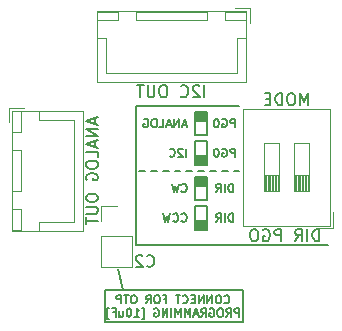
<source format=gbr>
%TF.GenerationSoftware,KiCad,Pcbnew,(6.0.8)*%
%TF.CreationDate,2023-04-18T11:51:25+02:00*%
%TF.ProjectId,ENCODER,454e434f-4445-4522-9e6b-696361645f70,1.0*%
%TF.SameCoordinates,Original*%
%TF.FileFunction,Legend,Bot*%
%TF.FilePolarity,Positive*%
%FSLAX46Y46*%
G04 Gerber Fmt 4.6, Leading zero omitted, Abs format (unit mm)*
G04 Created by KiCad (PCBNEW (6.0.8)) date 2023-04-18 11:51:25*
%MOMM*%
%LPD*%
G01*
G04 APERTURE LIST*
%ADD10C,0.150000*%
%ADD11C,0.120000*%
G04 APERTURE END LIST*
D10*
X127000000Y-97000000D02*
X126000000Y-97000000D01*
X126000000Y-97000000D02*
X126000000Y-99000000D01*
X126000000Y-99000000D02*
X127000000Y-99000000D01*
X127000000Y-99000000D02*
X127000000Y-97000000D01*
X129250000Y-94000000D02*
X129750000Y-94000000D01*
X126000000Y-92750000D02*
X127000000Y-92750000D01*
X127000000Y-92750000D02*
X127000000Y-93500000D01*
X127000000Y-93500000D02*
X126000000Y-93500000D01*
X126000000Y-93500000D02*
X126000000Y-92750000D01*
G36*
X126000000Y-92750000D02*
G01*
X127000000Y-92750000D01*
X127000000Y-93500000D01*
X126000000Y-93500000D01*
X126000000Y-92750000D01*
G37*
X121000000Y-99000000D02*
X121000000Y-99750000D01*
X123250000Y-94000000D02*
X123750000Y-94000000D01*
X121000000Y-88500000D02*
X121000000Y-99000000D01*
X130066000Y-106822400D02*
X118331200Y-106822400D01*
X127000000Y-94500000D02*
X126000000Y-94500000D01*
X126000000Y-94500000D02*
X126000000Y-96500000D01*
X126000000Y-96500000D02*
X127000000Y-96500000D01*
X127000000Y-96500000D02*
X127000000Y-94500000D01*
X119448800Y-102301200D02*
X119906000Y-104079200D01*
X118331200Y-104079200D02*
X130066000Y-104079200D01*
X129750000Y-88500000D02*
X121000000Y-88500000D01*
X118331200Y-106822400D02*
X118331200Y-104079200D01*
X121000000Y-100250000D02*
X137250000Y-100250000D01*
X126000000Y-98250000D02*
X127000000Y-98250000D01*
X127000000Y-98250000D02*
X127000000Y-99000000D01*
X127000000Y-99000000D02*
X126000000Y-99000000D01*
X126000000Y-99000000D02*
X126000000Y-98250000D01*
G36*
X126000000Y-98250000D02*
G01*
X127000000Y-98250000D01*
X127000000Y-99000000D01*
X126000000Y-99000000D01*
X126000000Y-98250000D01*
G37*
X126000000Y-94500000D02*
X127000000Y-94500000D01*
X127000000Y-94500000D02*
X127000000Y-95250000D01*
X127000000Y-95250000D02*
X126000000Y-95250000D01*
X126000000Y-95250000D02*
X126000000Y-94500000D01*
G36*
X126000000Y-94500000D02*
G01*
X127000000Y-94500000D01*
X127000000Y-95250000D01*
X126000000Y-95250000D01*
X126000000Y-94500000D01*
G37*
X127250000Y-94000000D02*
X127750000Y-94000000D01*
X130066000Y-104079200D02*
X130066000Y-106822400D01*
X125250000Y-94000000D02*
X125750000Y-94000000D01*
X121000000Y-99750000D02*
X121000000Y-100250000D01*
X127000000Y-91500000D02*
X126000000Y-91500000D01*
X126000000Y-91500000D02*
X126000000Y-93500000D01*
X126000000Y-93500000D02*
X127000000Y-93500000D01*
X127000000Y-93500000D02*
X127000000Y-91500000D01*
X122250000Y-94000000D02*
X122750000Y-94000000D01*
X124250000Y-94000000D02*
X124750000Y-94000000D01*
X121250000Y-94000000D02*
X121750000Y-94000000D01*
X126000000Y-89000000D02*
X127000000Y-89000000D01*
X127000000Y-89000000D02*
X127000000Y-89750000D01*
X127000000Y-89750000D02*
X126000000Y-89750000D01*
X126000000Y-89750000D02*
X126000000Y-89000000D01*
G36*
X126000000Y-89000000D02*
G01*
X127000000Y-89000000D01*
X127000000Y-89750000D01*
X126000000Y-89750000D01*
X126000000Y-89000000D01*
G37*
X126250000Y-94000000D02*
X126750000Y-94000000D01*
X128250000Y-94000000D02*
X128750000Y-94000000D01*
X127000000Y-89000000D02*
X126000000Y-89000000D01*
X126000000Y-89000000D02*
X126000000Y-91000000D01*
X126000000Y-91000000D02*
X127000000Y-91000000D01*
X127000000Y-91000000D02*
X127000000Y-89000000D01*
X128472400Y-105162700D02*
X128505733Y-105196033D01*
X128605733Y-105229366D01*
X128672400Y-105229366D01*
X128772400Y-105196033D01*
X128839066Y-105129366D01*
X128872400Y-105062700D01*
X128905733Y-104929366D01*
X128905733Y-104829366D01*
X128872400Y-104696033D01*
X128839066Y-104629366D01*
X128772400Y-104562700D01*
X128672400Y-104529366D01*
X128605733Y-104529366D01*
X128505733Y-104562700D01*
X128472400Y-104596033D01*
X128039066Y-104529366D02*
X127905733Y-104529366D01*
X127839066Y-104562700D01*
X127772400Y-104629366D01*
X127739066Y-104762700D01*
X127739066Y-104996033D01*
X127772400Y-105129366D01*
X127839066Y-105196033D01*
X127905733Y-105229366D01*
X128039066Y-105229366D01*
X128105733Y-105196033D01*
X128172400Y-105129366D01*
X128205733Y-104996033D01*
X128205733Y-104762700D01*
X128172400Y-104629366D01*
X128105733Y-104562700D01*
X128039066Y-104529366D01*
X127439066Y-105229366D02*
X127439066Y-104529366D01*
X127039066Y-105229366D01*
X127039066Y-104529366D01*
X126705733Y-105229366D02*
X126705733Y-104529366D01*
X126305733Y-105229366D01*
X126305733Y-104529366D01*
X125972400Y-104862700D02*
X125739066Y-104862700D01*
X125639066Y-105229366D02*
X125972400Y-105229366D01*
X125972400Y-104529366D01*
X125639066Y-104529366D01*
X124939066Y-105162700D02*
X124972400Y-105196033D01*
X125072400Y-105229366D01*
X125139066Y-105229366D01*
X125239066Y-105196033D01*
X125305733Y-105129366D01*
X125339066Y-105062700D01*
X125372400Y-104929366D01*
X125372400Y-104829366D01*
X125339066Y-104696033D01*
X125305733Y-104629366D01*
X125239066Y-104562700D01*
X125139066Y-104529366D01*
X125072400Y-104529366D01*
X124972400Y-104562700D01*
X124939066Y-104596033D01*
X124739066Y-104529366D02*
X124339066Y-104529366D01*
X124539066Y-105229366D02*
X124539066Y-104529366D01*
X123339066Y-104862700D02*
X123572400Y-104862700D01*
X123572400Y-105229366D02*
X123572400Y-104529366D01*
X123239066Y-104529366D01*
X122839066Y-104529366D02*
X122705733Y-104529366D01*
X122639066Y-104562700D01*
X122572400Y-104629366D01*
X122539066Y-104762700D01*
X122539066Y-104996033D01*
X122572400Y-105129366D01*
X122639066Y-105196033D01*
X122705733Y-105229366D01*
X122839066Y-105229366D01*
X122905733Y-105196033D01*
X122972400Y-105129366D01*
X123005733Y-104996033D01*
X123005733Y-104762700D01*
X122972400Y-104629366D01*
X122905733Y-104562700D01*
X122839066Y-104529366D01*
X121839066Y-105229366D02*
X122072400Y-104896033D01*
X122239066Y-105229366D02*
X122239066Y-104529366D01*
X121972400Y-104529366D01*
X121905733Y-104562700D01*
X121872400Y-104596033D01*
X121839066Y-104662700D01*
X121839066Y-104762700D01*
X121872400Y-104829366D01*
X121905733Y-104862700D01*
X121972400Y-104896033D01*
X122239066Y-104896033D01*
X120872400Y-104529366D02*
X120739066Y-104529366D01*
X120672400Y-104562700D01*
X120605733Y-104629366D01*
X120572400Y-104762700D01*
X120572400Y-104996033D01*
X120605733Y-105129366D01*
X120672400Y-105196033D01*
X120739066Y-105229366D01*
X120872400Y-105229366D01*
X120939066Y-105196033D01*
X121005733Y-105129366D01*
X121039066Y-104996033D01*
X121039066Y-104762700D01*
X121005733Y-104629366D01*
X120939066Y-104562700D01*
X120872400Y-104529366D01*
X120372400Y-104529366D02*
X119972400Y-104529366D01*
X120172400Y-105229366D02*
X120172400Y-104529366D01*
X119739066Y-105229366D02*
X119739066Y-104529366D01*
X119472400Y-104529366D01*
X119405733Y-104562700D01*
X119372400Y-104596033D01*
X119339066Y-104662700D01*
X119339066Y-104762700D01*
X119372400Y-104829366D01*
X119405733Y-104862700D01*
X119472400Y-104896033D01*
X119739066Y-104896033D01*
X129722400Y-106356366D02*
X129722400Y-105656366D01*
X129455733Y-105656366D01*
X129389066Y-105689700D01*
X129355733Y-105723033D01*
X129322400Y-105789700D01*
X129322400Y-105889700D01*
X129355733Y-105956366D01*
X129389066Y-105989700D01*
X129455733Y-106023033D01*
X129722400Y-106023033D01*
X128622400Y-106356366D02*
X128855733Y-106023033D01*
X129022400Y-106356366D02*
X129022400Y-105656366D01*
X128755733Y-105656366D01*
X128689066Y-105689700D01*
X128655733Y-105723033D01*
X128622400Y-105789700D01*
X128622400Y-105889700D01*
X128655733Y-105956366D01*
X128689066Y-105989700D01*
X128755733Y-106023033D01*
X129022400Y-106023033D01*
X128189066Y-105656366D02*
X128055733Y-105656366D01*
X127989066Y-105689700D01*
X127922400Y-105756366D01*
X127889066Y-105889700D01*
X127889066Y-106123033D01*
X127922400Y-106256366D01*
X127989066Y-106323033D01*
X128055733Y-106356366D01*
X128189066Y-106356366D01*
X128255733Y-106323033D01*
X128322400Y-106256366D01*
X128355733Y-106123033D01*
X128355733Y-105889700D01*
X128322400Y-105756366D01*
X128255733Y-105689700D01*
X128189066Y-105656366D01*
X127222400Y-105689700D02*
X127289066Y-105656366D01*
X127389066Y-105656366D01*
X127489066Y-105689700D01*
X127555733Y-105756366D01*
X127589066Y-105823033D01*
X127622400Y-105956366D01*
X127622400Y-106056366D01*
X127589066Y-106189700D01*
X127555733Y-106256366D01*
X127489066Y-106323033D01*
X127389066Y-106356366D01*
X127322400Y-106356366D01*
X127222400Y-106323033D01*
X127189066Y-106289700D01*
X127189066Y-106056366D01*
X127322400Y-106056366D01*
X126489066Y-106356366D02*
X126722400Y-106023033D01*
X126889066Y-106356366D02*
X126889066Y-105656366D01*
X126622400Y-105656366D01*
X126555733Y-105689700D01*
X126522400Y-105723033D01*
X126489066Y-105789700D01*
X126489066Y-105889700D01*
X126522400Y-105956366D01*
X126555733Y-105989700D01*
X126622400Y-106023033D01*
X126889066Y-106023033D01*
X126222400Y-106156366D02*
X125889066Y-106156366D01*
X126289066Y-106356366D02*
X126055733Y-105656366D01*
X125822400Y-106356366D01*
X125589066Y-106356366D02*
X125589066Y-105656366D01*
X125355733Y-106156366D01*
X125122400Y-105656366D01*
X125122400Y-106356366D01*
X124789066Y-106356366D02*
X124789066Y-105656366D01*
X124555733Y-106156366D01*
X124322400Y-105656366D01*
X124322400Y-106356366D01*
X123989066Y-106356366D02*
X123989066Y-105656366D01*
X123655733Y-106356366D02*
X123655733Y-105656366D01*
X123255733Y-106356366D01*
X123255733Y-105656366D01*
X122555733Y-105689700D02*
X122622400Y-105656366D01*
X122722400Y-105656366D01*
X122822400Y-105689700D01*
X122889066Y-105756366D01*
X122922400Y-105823033D01*
X122955733Y-105956366D01*
X122955733Y-106056366D01*
X122922400Y-106189700D01*
X122889066Y-106256366D01*
X122822400Y-106323033D01*
X122722400Y-106356366D01*
X122655733Y-106356366D01*
X122555733Y-106323033D01*
X122522400Y-106289700D01*
X122522400Y-106056366D01*
X122655733Y-106056366D01*
X121489066Y-106589700D02*
X121655733Y-106589700D01*
X121655733Y-105589700D01*
X121489066Y-105589700D01*
X120855733Y-106356366D02*
X121255733Y-106356366D01*
X121055733Y-106356366D02*
X121055733Y-105656366D01*
X121122400Y-105756366D01*
X121189066Y-105823033D01*
X121255733Y-105856366D01*
X120422400Y-105656366D02*
X120355733Y-105656366D01*
X120289066Y-105689700D01*
X120255733Y-105723033D01*
X120222400Y-105789700D01*
X120189066Y-105923033D01*
X120189066Y-106089700D01*
X120222400Y-106223033D01*
X120255733Y-106289700D01*
X120289066Y-106323033D01*
X120355733Y-106356366D01*
X120422400Y-106356366D01*
X120489066Y-106323033D01*
X120522400Y-106289700D01*
X120555733Y-106223033D01*
X120589066Y-106089700D01*
X120589066Y-105923033D01*
X120555733Y-105789700D01*
X120522400Y-105723033D01*
X120489066Y-105689700D01*
X120422400Y-105656366D01*
X119589066Y-105889700D02*
X119589066Y-106356366D01*
X119889066Y-105889700D02*
X119889066Y-106256366D01*
X119855733Y-106323033D01*
X119789066Y-106356366D01*
X119689066Y-106356366D01*
X119622400Y-106323033D01*
X119589066Y-106289700D01*
X119022400Y-105989700D02*
X119255733Y-105989700D01*
X119255733Y-106356366D02*
X119255733Y-105656366D01*
X118922400Y-105656366D01*
X118722400Y-106589700D02*
X118555733Y-106589700D01*
X118555733Y-105589700D01*
X118722400Y-105589700D01*
X135562832Y-88438926D02*
X135562832Y-87438926D01*
X135229499Y-88153212D01*
X134896166Y-87438926D01*
X134896166Y-88438926D01*
X134229499Y-87438926D02*
X134039023Y-87438926D01*
X133943785Y-87486546D01*
X133848547Y-87581784D01*
X133800928Y-87772260D01*
X133800928Y-88105593D01*
X133848547Y-88296069D01*
X133943785Y-88391307D01*
X134039023Y-88438926D01*
X134229499Y-88438926D01*
X134324737Y-88391307D01*
X134419975Y-88296069D01*
X134467594Y-88105593D01*
X134467594Y-87772260D01*
X134419975Y-87581784D01*
X134324737Y-87486546D01*
X134229499Y-87438926D01*
X133372356Y-88438926D02*
X133372356Y-87438926D01*
X133134261Y-87438926D01*
X132991404Y-87486546D01*
X132896166Y-87581784D01*
X132848547Y-87677022D01*
X132800928Y-87867498D01*
X132800928Y-88010355D01*
X132848547Y-88200831D01*
X132896166Y-88296069D01*
X132991404Y-88391307D01*
X133134261Y-88438926D01*
X133372356Y-88438926D01*
X132372356Y-87915117D02*
X132039023Y-87915117D01*
X131896166Y-88438926D02*
X132372356Y-88438926D01*
X132372356Y-87438926D01*
X131896166Y-87438926D01*
X125269166Y-90116666D02*
X124935833Y-90116666D01*
X125335833Y-90316666D02*
X125102500Y-89616666D01*
X124869166Y-90316666D01*
X124635833Y-90316666D02*
X124635833Y-89616666D01*
X124235833Y-90316666D01*
X124235833Y-89616666D01*
X123935833Y-90116666D02*
X123602500Y-90116666D01*
X124002500Y-90316666D02*
X123769166Y-89616666D01*
X123535833Y-90316666D01*
X122969166Y-90316666D02*
X123302500Y-90316666D01*
X123302500Y-89616666D01*
X122602500Y-89616666D02*
X122469166Y-89616666D01*
X122402500Y-89650000D01*
X122335833Y-89716666D01*
X122302500Y-89850000D01*
X122302500Y-90083333D01*
X122335833Y-90216666D01*
X122402500Y-90283333D01*
X122469166Y-90316666D01*
X122602500Y-90316666D01*
X122669166Y-90283333D01*
X122735833Y-90216666D01*
X122769166Y-90083333D01*
X122769166Y-89850000D01*
X122735833Y-89716666D01*
X122669166Y-89650000D01*
X122602500Y-89616666D01*
X121635833Y-89650000D02*
X121702500Y-89616666D01*
X121802500Y-89616666D01*
X121902500Y-89650000D01*
X121969166Y-89716666D01*
X122002500Y-89783333D01*
X122035833Y-89916666D01*
X122035833Y-90016666D01*
X122002500Y-90150000D01*
X121969166Y-90216666D01*
X121902500Y-90283333D01*
X121802500Y-90316666D01*
X121735833Y-90316666D01*
X121635833Y-90283333D01*
X121602500Y-90250000D01*
X121602500Y-90016666D01*
X121735833Y-90016666D01*
X124835833Y-98250000D02*
X124869166Y-98283333D01*
X124969166Y-98316666D01*
X125035833Y-98316666D01*
X125135833Y-98283333D01*
X125202500Y-98216666D01*
X125235833Y-98150000D01*
X125269166Y-98016666D01*
X125269166Y-97916666D01*
X125235833Y-97783333D01*
X125202500Y-97716666D01*
X125135833Y-97650000D01*
X125035833Y-97616666D01*
X124969166Y-97616666D01*
X124869166Y-97650000D01*
X124835833Y-97683333D01*
X124135833Y-98250000D02*
X124169166Y-98283333D01*
X124269166Y-98316666D01*
X124335833Y-98316666D01*
X124435833Y-98283333D01*
X124502500Y-98216666D01*
X124535833Y-98150000D01*
X124569166Y-98016666D01*
X124569166Y-97916666D01*
X124535833Y-97783333D01*
X124502500Y-97716666D01*
X124435833Y-97650000D01*
X124335833Y-97616666D01*
X124269166Y-97616666D01*
X124169166Y-97650000D01*
X124135833Y-97683333D01*
X123902500Y-97616666D02*
X123735833Y-98316666D01*
X123602500Y-97816666D01*
X123469166Y-98316666D01*
X123302500Y-97616666D01*
X117481866Y-89571428D02*
X117481866Y-90047619D01*
X117767580Y-89476190D02*
X116767580Y-89809523D01*
X117767580Y-90142857D01*
X117767580Y-90476190D02*
X116767580Y-90476190D01*
X117767580Y-91047619D01*
X116767580Y-91047619D01*
X117481866Y-91476190D02*
X117481866Y-91952380D01*
X117767580Y-91380952D02*
X116767580Y-91714285D01*
X117767580Y-92047619D01*
X117767580Y-92857142D02*
X117767580Y-92380952D01*
X116767580Y-92380952D01*
X116767580Y-93380952D02*
X116767580Y-93571428D01*
X116815200Y-93666666D01*
X116910438Y-93761904D01*
X117100914Y-93809523D01*
X117434247Y-93809523D01*
X117624723Y-93761904D01*
X117719961Y-93666666D01*
X117767580Y-93571428D01*
X117767580Y-93380952D01*
X117719961Y-93285714D01*
X117624723Y-93190476D01*
X117434247Y-93142857D01*
X117100914Y-93142857D01*
X116910438Y-93190476D01*
X116815200Y-93285714D01*
X116767580Y-93380952D01*
X116815200Y-94761904D02*
X116767580Y-94666666D01*
X116767580Y-94523809D01*
X116815200Y-94380952D01*
X116910438Y-94285714D01*
X117005676Y-94238095D01*
X117196152Y-94190476D01*
X117339009Y-94190476D01*
X117529485Y-94238095D01*
X117624723Y-94285714D01*
X117719961Y-94380952D01*
X117767580Y-94523809D01*
X117767580Y-94619047D01*
X117719961Y-94761904D01*
X117672342Y-94809523D01*
X117339009Y-94809523D01*
X117339009Y-94619047D01*
X116767580Y-96190476D02*
X116767580Y-96380952D01*
X116815200Y-96476190D01*
X116910438Y-96571428D01*
X117100914Y-96619047D01*
X117434247Y-96619047D01*
X117624723Y-96571428D01*
X117719961Y-96476190D01*
X117767580Y-96380952D01*
X117767580Y-96190476D01*
X117719961Y-96095238D01*
X117624723Y-96000000D01*
X117434247Y-95952380D01*
X117100914Y-95952380D01*
X116910438Y-96000000D01*
X116815200Y-96095238D01*
X116767580Y-96190476D01*
X116767580Y-97047619D02*
X117577104Y-97047619D01*
X117672342Y-97095238D01*
X117719961Y-97142857D01*
X117767580Y-97238095D01*
X117767580Y-97428571D01*
X117719961Y-97523809D01*
X117672342Y-97571428D01*
X117577104Y-97619047D01*
X116767580Y-97619047D01*
X116767580Y-97952380D02*
X116767580Y-98523809D01*
X117767580Y-98238095D02*
X116767580Y-98238095D01*
X129366666Y-92816666D02*
X129366666Y-92116666D01*
X129100000Y-92116666D01*
X129033333Y-92150000D01*
X129000000Y-92183333D01*
X128966666Y-92250000D01*
X128966666Y-92350000D01*
X129000000Y-92416666D01*
X129033333Y-92450000D01*
X129100000Y-92483333D01*
X129366666Y-92483333D01*
X128300000Y-92150000D02*
X128366666Y-92116666D01*
X128466666Y-92116666D01*
X128566666Y-92150000D01*
X128633333Y-92216666D01*
X128666666Y-92283333D01*
X128700000Y-92416666D01*
X128700000Y-92516666D01*
X128666666Y-92650000D01*
X128633333Y-92716666D01*
X128566666Y-92783333D01*
X128466666Y-92816666D01*
X128400000Y-92816666D01*
X128300000Y-92783333D01*
X128266666Y-92750000D01*
X128266666Y-92516666D01*
X128400000Y-92516666D01*
X127833333Y-92116666D02*
X127766666Y-92116666D01*
X127700000Y-92150000D01*
X127666666Y-92183333D01*
X127633333Y-92250000D01*
X127600000Y-92383333D01*
X127600000Y-92550000D01*
X127633333Y-92683333D01*
X127666666Y-92750000D01*
X127700000Y-92783333D01*
X127766666Y-92816666D01*
X127833333Y-92816666D01*
X127900000Y-92783333D01*
X127933333Y-92750000D01*
X127966666Y-92683333D01*
X128000000Y-92550000D01*
X128000000Y-92383333D01*
X127966666Y-92250000D01*
X127933333Y-92183333D01*
X127900000Y-92150000D01*
X127833333Y-92116666D01*
X133285714Y-99952380D02*
X133285714Y-98952380D01*
X132904761Y-98952380D01*
X132809523Y-99000000D01*
X132761904Y-99047619D01*
X132714285Y-99142857D01*
X132714285Y-99285714D01*
X132761904Y-99380952D01*
X132809523Y-99428571D01*
X132904761Y-99476190D01*
X133285714Y-99476190D01*
X131761904Y-99000000D02*
X131857142Y-98952380D01*
X132000000Y-98952380D01*
X132142857Y-99000000D01*
X132238095Y-99095238D01*
X132285714Y-99190476D01*
X132333333Y-99380952D01*
X132333333Y-99523809D01*
X132285714Y-99714285D01*
X132238095Y-99809523D01*
X132142857Y-99904761D01*
X132000000Y-99952380D01*
X131904761Y-99952380D01*
X131761904Y-99904761D01*
X131714285Y-99857142D01*
X131714285Y-99523809D01*
X131904761Y-99523809D01*
X131095238Y-98952380D02*
X130904761Y-98952380D01*
X130809523Y-99000000D01*
X130714285Y-99095238D01*
X130666666Y-99285714D01*
X130666666Y-99619047D01*
X130714285Y-99809523D01*
X130809523Y-99904761D01*
X130904761Y-99952380D01*
X131095238Y-99952380D01*
X131190476Y-99904761D01*
X131285714Y-99809523D01*
X131333333Y-99619047D01*
X131333333Y-99285714D01*
X131285714Y-99095238D01*
X131190476Y-99000000D01*
X131095238Y-98952380D01*
X125235833Y-92816666D02*
X125235833Y-92116666D01*
X124935833Y-92183333D02*
X124902500Y-92150000D01*
X124835833Y-92116666D01*
X124669166Y-92116666D01*
X124602500Y-92150000D01*
X124569166Y-92183333D01*
X124535833Y-92250000D01*
X124535833Y-92316666D01*
X124569166Y-92416666D01*
X124969166Y-92816666D01*
X124535833Y-92816666D01*
X123835833Y-92750000D02*
X123869166Y-92783333D01*
X123969166Y-92816666D01*
X124035833Y-92816666D01*
X124135833Y-92783333D01*
X124202500Y-92716666D01*
X124235833Y-92650000D01*
X124269166Y-92516666D01*
X124269166Y-92416666D01*
X124235833Y-92283333D01*
X124202500Y-92216666D01*
X124135833Y-92150000D01*
X124035833Y-92116666D01*
X123969166Y-92116666D01*
X123869166Y-92150000D01*
X123835833Y-92183333D01*
X129200000Y-98316666D02*
X129200000Y-97616666D01*
X129033333Y-97616666D01*
X128933333Y-97650000D01*
X128866666Y-97716666D01*
X128833333Y-97783333D01*
X128800000Y-97916666D01*
X128800000Y-98016666D01*
X128833333Y-98150000D01*
X128866666Y-98216666D01*
X128933333Y-98283333D01*
X129033333Y-98316666D01*
X129200000Y-98316666D01*
X128500000Y-98316666D02*
X128500000Y-97616666D01*
X127766666Y-98316666D02*
X128000000Y-97983333D01*
X128166666Y-98316666D02*
X128166666Y-97616666D01*
X127900000Y-97616666D01*
X127833333Y-97650000D01*
X127800000Y-97683333D01*
X127766666Y-97750000D01*
X127766666Y-97850000D01*
X127800000Y-97916666D01*
X127833333Y-97950000D01*
X127900000Y-97983333D01*
X128166666Y-97983333D01*
X126785714Y-87767580D02*
X126785714Y-86767580D01*
X126357142Y-86862819D02*
X126309523Y-86815200D01*
X126214285Y-86767580D01*
X125976190Y-86767580D01*
X125880952Y-86815200D01*
X125833333Y-86862819D01*
X125785714Y-86958057D01*
X125785714Y-87053295D01*
X125833333Y-87196152D01*
X126404761Y-87767580D01*
X125785714Y-87767580D01*
X124785714Y-87672342D02*
X124833333Y-87719961D01*
X124976190Y-87767580D01*
X125071428Y-87767580D01*
X125214285Y-87719961D01*
X125309523Y-87624723D01*
X125357142Y-87529485D01*
X125404761Y-87339009D01*
X125404761Y-87196152D01*
X125357142Y-87005676D01*
X125309523Y-86910438D01*
X125214285Y-86815200D01*
X125071428Y-86767580D01*
X124976190Y-86767580D01*
X124833333Y-86815200D01*
X124785714Y-86862819D01*
X123404761Y-86767580D02*
X123214285Y-86767580D01*
X123119047Y-86815200D01*
X123023809Y-86910438D01*
X122976190Y-87100914D01*
X122976190Y-87434247D01*
X123023809Y-87624723D01*
X123119047Y-87719961D01*
X123214285Y-87767580D01*
X123404761Y-87767580D01*
X123500000Y-87719961D01*
X123595238Y-87624723D01*
X123642857Y-87434247D01*
X123642857Y-87100914D01*
X123595238Y-86910438D01*
X123500000Y-86815200D01*
X123404761Y-86767580D01*
X122547619Y-86767580D02*
X122547619Y-87577104D01*
X122500000Y-87672342D01*
X122452380Y-87719961D01*
X122357142Y-87767580D01*
X122166666Y-87767580D01*
X122071428Y-87719961D01*
X122023809Y-87672342D01*
X121976190Y-87577104D01*
X121976190Y-86767580D01*
X121642857Y-86767580D02*
X121071428Y-86767580D01*
X121357142Y-87767580D02*
X121357142Y-86767580D01*
X124835833Y-95750000D02*
X124869166Y-95783333D01*
X124969166Y-95816666D01*
X125035833Y-95816666D01*
X125135833Y-95783333D01*
X125202500Y-95716666D01*
X125235833Y-95650000D01*
X125269166Y-95516666D01*
X125269166Y-95416666D01*
X125235833Y-95283333D01*
X125202500Y-95216666D01*
X125135833Y-95150000D01*
X125035833Y-95116666D01*
X124969166Y-95116666D01*
X124869166Y-95150000D01*
X124835833Y-95183333D01*
X124602500Y-95116666D02*
X124435833Y-95816666D01*
X124302500Y-95316666D01*
X124169166Y-95816666D01*
X124002500Y-95116666D01*
X129200000Y-95816666D02*
X129200000Y-95116666D01*
X129033333Y-95116666D01*
X128933333Y-95150000D01*
X128866666Y-95216666D01*
X128833333Y-95283333D01*
X128800000Y-95416666D01*
X128800000Y-95516666D01*
X128833333Y-95650000D01*
X128866666Y-95716666D01*
X128933333Y-95783333D01*
X129033333Y-95816666D01*
X129200000Y-95816666D01*
X128500000Y-95816666D02*
X128500000Y-95116666D01*
X127766666Y-95816666D02*
X128000000Y-95483333D01*
X128166666Y-95816666D02*
X128166666Y-95116666D01*
X127900000Y-95116666D01*
X127833333Y-95150000D01*
X127800000Y-95183333D01*
X127766666Y-95250000D01*
X127766666Y-95350000D01*
X127800000Y-95416666D01*
X127833333Y-95450000D01*
X127900000Y-95483333D01*
X128166666Y-95483333D01*
X129366666Y-90316666D02*
X129366666Y-89616666D01*
X129100000Y-89616666D01*
X129033333Y-89650000D01*
X129000000Y-89683333D01*
X128966666Y-89750000D01*
X128966666Y-89850000D01*
X129000000Y-89916666D01*
X129033333Y-89950000D01*
X129100000Y-89983333D01*
X129366666Y-89983333D01*
X128300000Y-89650000D02*
X128366666Y-89616666D01*
X128466666Y-89616666D01*
X128566666Y-89650000D01*
X128633333Y-89716666D01*
X128666666Y-89783333D01*
X128700000Y-89916666D01*
X128700000Y-90016666D01*
X128666666Y-90150000D01*
X128633333Y-90216666D01*
X128566666Y-90283333D01*
X128466666Y-90316666D01*
X128400000Y-90316666D01*
X128300000Y-90283333D01*
X128266666Y-90250000D01*
X128266666Y-90016666D01*
X128400000Y-90016666D01*
X127833333Y-89616666D02*
X127766666Y-89616666D01*
X127700000Y-89650000D01*
X127666666Y-89683333D01*
X127633333Y-89750000D01*
X127600000Y-89883333D01*
X127600000Y-90050000D01*
X127633333Y-90183333D01*
X127666666Y-90250000D01*
X127700000Y-90283333D01*
X127766666Y-90316666D01*
X127833333Y-90316666D01*
X127900000Y-90283333D01*
X127933333Y-90250000D01*
X127966666Y-90183333D01*
X128000000Y-90050000D01*
X128000000Y-89883333D01*
X127966666Y-89750000D01*
X127933333Y-89683333D01*
X127900000Y-89650000D01*
X127833333Y-89616666D01*
X136500000Y-99952380D02*
X136500000Y-98952380D01*
X136261904Y-98952380D01*
X136119047Y-99000000D01*
X136023809Y-99095238D01*
X135976190Y-99190476D01*
X135928571Y-99380952D01*
X135928571Y-99523809D01*
X135976190Y-99714285D01*
X136023809Y-99809523D01*
X136119047Y-99904761D01*
X136261904Y-99952380D01*
X136500000Y-99952380D01*
X135500000Y-99952380D02*
X135500000Y-98952380D01*
X134452380Y-99952380D02*
X134785714Y-99476190D01*
X135023809Y-99952380D02*
X135023809Y-98952380D01*
X134642857Y-98952380D01*
X134547619Y-99000000D01*
X134500000Y-99047619D01*
X134452380Y-99142857D01*
X134452380Y-99285714D01*
X134500000Y-99380952D01*
X134547619Y-99428571D01*
X134642857Y-99476190D01*
X135023809Y-99476190D01*
%TO.C,C2*%
X121901466Y-102048742D02*
X121949085Y-102096361D01*
X122091942Y-102143980D01*
X122187180Y-102143980D01*
X122330038Y-102096361D01*
X122425276Y-102001123D01*
X122472895Y-101905885D01*
X122520514Y-101715409D01*
X122520514Y-101572552D01*
X122472895Y-101382076D01*
X122425276Y-101286838D01*
X122330038Y-101191600D01*
X122187180Y-101143980D01*
X122091942Y-101143980D01*
X121949085Y-101191600D01*
X121901466Y-101239219D01*
X121520514Y-101239219D02*
X121472895Y-101191600D01*
X121377657Y-101143980D01*
X121139561Y-101143980D01*
X121044323Y-101191600D01*
X120996704Y-101239219D01*
X120949085Y-101334457D01*
X120949085Y-101429695D01*
X120996704Y-101572552D01*
X121568133Y-102143980D01*
X120949085Y-102143980D01*
D11*
%TO.C,J2*%
X117690000Y-80515000D02*
X130310000Y-80515000D01*
X130600000Y-80225000D02*
X130600000Y-81475000D01*
X117700000Y-80525000D02*
X119500000Y-80525000D01*
X127000000Y-81275000D02*
X121000000Y-81275000D01*
X121000000Y-80525000D02*
X127000000Y-80525000D01*
X117700000Y-82775000D02*
X118450000Y-82775000D01*
X121000000Y-81275000D02*
X121000000Y-80525000D01*
X130310000Y-86485000D02*
X117690000Y-86485000D01*
X130300000Y-82775000D02*
X129550000Y-82775000D01*
X130300000Y-80525000D02*
X130300000Y-81275000D01*
X117690000Y-86485000D02*
X117690000Y-80515000D01*
X118450000Y-85725000D02*
X124000000Y-85725000D01*
X129550000Y-82775000D02*
X129550000Y-85725000D01*
X128500000Y-81275000D02*
X128500000Y-80525000D01*
X128500000Y-80525000D02*
X130300000Y-80525000D01*
X119500000Y-80525000D02*
X119500000Y-81275000D01*
X129350000Y-80225000D02*
X130600000Y-80225000D01*
X118450000Y-82775000D02*
X118450000Y-85725000D01*
X119500000Y-81275000D02*
X117700000Y-81275000D01*
X127000000Y-80525000D02*
X127000000Y-81275000D01*
X129550000Y-85725000D02*
X124000000Y-85725000D01*
X130300000Y-81275000D02*
X128500000Y-81275000D01*
X130310000Y-80515000D02*
X130310000Y-86485000D01*
X117700000Y-81275000D02*
X117700000Y-80525000D01*
%TO.C,C2*%
X120677200Y-99558000D02*
X120677200Y-102158000D01*
X120677200Y-102158000D02*
X118017200Y-102158000D01*
X118017200Y-96958000D02*
X118017200Y-98288000D01*
X120677200Y-99558000D02*
X118017200Y-99558000D01*
X119347200Y-96958000D02*
X118017200Y-96958000D01*
X118017200Y-99558000D02*
X118017200Y-102158000D01*
%TO.C,J1*%
X112775000Y-98300000D02*
X115725000Y-98300000D01*
X116485000Y-99060000D02*
X110515000Y-99060000D01*
X112775000Y-99050000D02*
X112775000Y-98300000D01*
X112775000Y-89700000D02*
X115725000Y-89700000D01*
X110515000Y-88940000D02*
X116485000Y-88940000D01*
X110515000Y-99060000D02*
X110515000Y-88940000D01*
X112775000Y-88950000D02*
X112775000Y-89700000D01*
X111275000Y-99050000D02*
X110525000Y-99050000D01*
X111275000Y-92250000D02*
X111275000Y-95750000D01*
X111275000Y-90750000D02*
X110525000Y-90750000D01*
X110525000Y-88950000D02*
X111275000Y-88950000D01*
X110525000Y-90750000D02*
X110525000Y-88950000D01*
X110225000Y-88650000D02*
X111475000Y-88650000D01*
X115725000Y-89700000D02*
X115725000Y-94000000D01*
X111275000Y-95750000D02*
X110525000Y-95750000D01*
X110525000Y-99050000D02*
X110525000Y-97250000D01*
X115725000Y-98300000D02*
X115725000Y-94000000D01*
X110225000Y-89900000D02*
X110225000Y-88650000D01*
X110525000Y-92250000D02*
X111275000Y-92250000D01*
X110525000Y-97250000D02*
X111275000Y-97250000D01*
X111275000Y-88950000D02*
X111275000Y-90750000D01*
X116485000Y-88940000D02*
X116485000Y-99060000D01*
X111275000Y-97250000D02*
X111275000Y-99050000D01*
X110525000Y-95750000D02*
X110525000Y-92250000D01*
%TO.C,SW1*%
X134365000Y-91660000D02*
X135635000Y-91660000D01*
X134435000Y-95720000D02*
X134435000Y-94366667D01*
X132615000Y-95720000D02*
X132615000Y-94366667D01*
X135155000Y-95720000D02*
X135155000Y-94366667D01*
X132015000Y-95720000D02*
X132015000Y-94366667D01*
X131825000Y-91660000D02*
X133095000Y-91660000D01*
X132375000Y-95720000D02*
X132375000Y-94366667D01*
X133095000Y-91660000D02*
X133095000Y-95720000D01*
X133095000Y-95720000D02*
X131825000Y-95720000D01*
X130040000Y-98640000D02*
X130040000Y-88740000D01*
X132855000Y-95720000D02*
X132855000Y-94366667D01*
X137420000Y-98640000D02*
X130040000Y-98640000D01*
X132255000Y-95720000D02*
X132255000Y-94366667D01*
X134915000Y-95720000D02*
X134915000Y-94366667D01*
X134675000Y-95720000D02*
X134675000Y-94366667D01*
X132735000Y-95720000D02*
X132735000Y-94366667D01*
X132975000Y-95720000D02*
X132975000Y-94366667D01*
X134555000Y-95720000D02*
X134555000Y-94366667D01*
X135275000Y-95720000D02*
X135275000Y-94366667D01*
X132135000Y-95720000D02*
X132135000Y-94366667D01*
X132495000Y-95720000D02*
X132495000Y-94366667D01*
X135635000Y-95720000D02*
X134365000Y-95720000D01*
X135515000Y-95720000D02*
X135515000Y-94366667D01*
X137660000Y-98880000D02*
X136277000Y-98880000D01*
X131825000Y-95720000D02*
X131825000Y-91660000D01*
X137420000Y-98640000D02*
X137420000Y-88740000D01*
X135635000Y-94366667D02*
X134365000Y-94366667D01*
X135395000Y-95720000D02*
X135395000Y-94366667D01*
X131895000Y-95720000D02*
X131895000Y-94366667D01*
X137660000Y-98880000D02*
X137660000Y-97496000D01*
X134365000Y-95720000D02*
X134365000Y-91660000D01*
X134795000Y-95720000D02*
X134795000Y-94366667D01*
X135035000Y-95720000D02*
X135035000Y-94366667D01*
X133095000Y-94366667D02*
X131825000Y-94366667D01*
X137420000Y-88740000D02*
X130040000Y-88740000D01*
X135635000Y-91660000D02*
X135635000Y-95720000D01*
%TD*%
M02*

</source>
